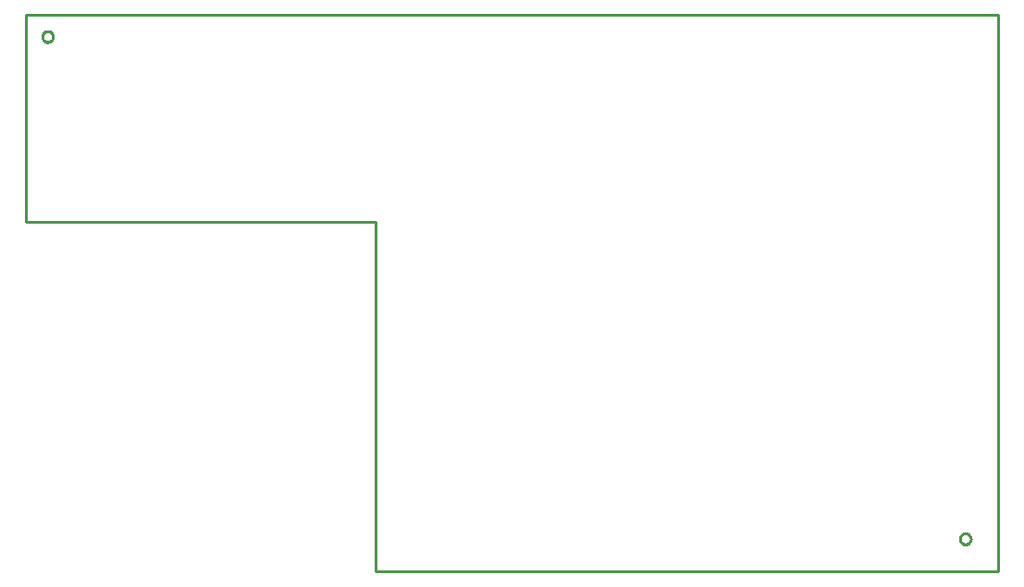
<source format=gbr>
G04 EAGLE Gerber RS-274X export*
G75*
%MOMM*%
%FSLAX34Y34*%
%LPD*%
%IN*%
%IPPOS*%
%AMOC8*
5,1,8,0,0,1.08239X$1,22.5*%
G01*
%ADD10C,0.254000*%


D10*
X0Y320000D02*
X320000Y320000D01*
X320000Y0D01*
X890000Y0D01*
X890000Y510000D01*
X0Y510000D01*
X0Y320000D01*
X25000Y489719D02*
X24937Y489161D01*
X24812Y488614D01*
X24627Y488084D01*
X24383Y487578D01*
X24084Y487102D01*
X23734Y486663D01*
X23337Y486266D01*
X22898Y485916D01*
X22422Y485617D01*
X21916Y485373D01*
X21386Y485188D01*
X20839Y485063D01*
X20281Y485000D01*
X19719Y485000D01*
X19161Y485063D01*
X18614Y485188D01*
X18084Y485373D01*
X17578Y485617D01*
X17102Y485916D01*
X16663Y486266D01*
X16266Y486663D01*
X15916Y487102D01*
X15617Y487578D01*
X15373Y488084D01*
X15188Y488614D01*
X15063Y489161D01*
X15000Y489719D01*
X15000Y490281D01*
X15063Y490839D01*
X15188Y491386D01*
X15373Y491916D01*
X15617Y492422D01*
X15916Y492898D01*
X16266Y493337D01*
X16663Y493734D01*
X17102Y494084D01*
X17578Y494383D01*
X18084Y494627D01*
X18614Y494812D01*
X19161Y494937D01*
X19719Y495000D01*
X20281Y495000D01*
X20839Y494937D01*
X21386Y494812D01*
X21916Y494627D01*
X22422Y494383D01*
X22898Y494084D01*
X23337Y493734D01*
X23734Y493337D01*
X24084Y492898D01*
X24383Y492422D01*
X24627Y491916D01*
X24812Y491386D01*
X24937Y490839D01*
X25000Y490281D01*
X25000Y489719D01*
X865000Y29719D02*
X864937Y29161D01*
X864812Y28614D01*
X864627Y28084D01*
X864383Y27578D01*
X864084Y27102D01*
X863734Y26663D01*
X863337Y26266D01*
X862898Y25916D01*
X862422Y25617D01*
X861916Y25373D01*
X861386Y25188D01*
X860839Y25063D01*
X860281Y25000D01*
X859719Y25000D01*
X859161Y25063D01*
X858614Y25188D01*
X858084Y25373D01*
X857578Y25617D01*
X857102Y25916D01*
X856663Y26266D01*
X856266Y26663D01*
X855916Y27102D01*
X855617Y27578D01*
X855373Y28084D01*
X855188Y28614D01*
X855063Y29161D01*
X855000Y29719D01*
X855000Y30281D01*
X855063Y30839D01*
X855188Y31386D01*
X855373Y31916D01*
X855617Y32422D01*
X855916Y32898D01*
X856266Y33337D01*
X856663Y33734D01*
X857102Y34084D01*
X857578Y34383D01*
X858084Y34627D01*
X858614Y34812D01*
X859161Y34937D01*
X859719Y35000D01*
X860281Y35000D01*
X860839Y34937D01*
X861386Y34812D01*
X861916Y34627D01*
X862422Y34383D01*
X862898Y34084D01*
X863337Y33734D01*
X863734Y33337D01*
X864084Y32898D01*
X864383Y32422D01*
X864627Y31916D01*
X864812Y31386D01*
X864937Y30839D01*
X865000Y30281D01*
X865000Y29719D01*
M02*

</source>
